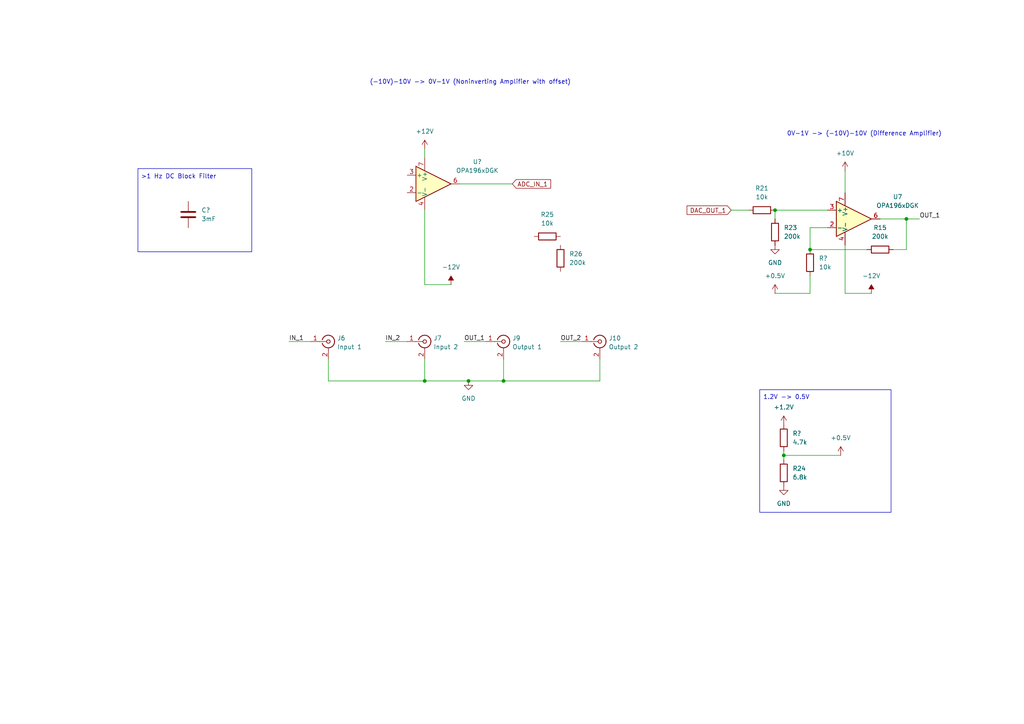
<source format=kicad_sch>
(kicad_sch (version 20250114) (generator "eeschema") (generator_version "9.0")
  (paper "A4")
  (lib_symbols
    (symbol "Amplifier_Operational:OPA196xDGK" (pin_names (offset 0.127))
      (property "Reference" "U" (at 0 5.08 0))
      (property "Value" "OPA196xDGK" (at 0 -5.08 0))
      (symbol "OPA196xDGK_0_1"
        (polyline (pts (xy -5.08 5.08) (xy 5.08 0) (xy -5.08 -5.08) (xy -5.08 5.08)) (stroke (width 0.254)) (fill (type background)))
        (pin power_in line (at -2.54 7.62 270) (length 3.81) (name "V+") (number "7"))
        (pin power_in line (at -2.54 -7.62 90) (length 3.81) (name "V-") (number "4"))
        (pin no_connect line (at 0 2.54 270) (length 2.54) (hide yes) (name "NC") (number "5"))
        (pin no_connect line (at 0 -2.54 90) (length 2.54) (hide yes) (name "NC") (number "8"))
        (pin no_connect line (at 2.54 0 270) (length 2.54) (hide yes) (name "NC") (number "1"))
      )
      (symbol "OPA196xDGK_1_1"
        (pin input line (at -7.62 2.54 0) (length 2.54) (name "+") (number "3"))
        (pin input line (at -7.62 -2.54 0) (length 2.54) (name "-") (number "2"))
        (pin output line (at 7.62 0 180) (length 2.54) (name "~") (number "6"))
      )
    )
    (symbol "Connector:Conn_Coaxial" (pin_names (offset 1.016) (hide yes))
      (property "Reference" "J" (at 0.254 3.048 0))
      (property "Value" "Conn_Coaxial" (at 2.921 0 90))
      (symbol "Conn_Coaxial_0_1"
        (polyline (pts (xy -2.54 0) (xy -0.508 0)))
        (arc (start 1.778 0) (mid 0.222 -1.8079) (end -1.778 -0.508) (stroke (width 0.254)))
        (arc (start -1.778 0.508) (mid 0.2221 1.8084) (end 1.778 0) (stroke (width 0.254)))
        (circle (center 0 0) (radius 0.508) (stroke (width 0.2032)))
        (polyline (pts (xy 0 -2.54) (xy 0 -1.778)))
      )
      (symbol "Conn_Coaxial_1_1"
        (pin passive line (at -5.08 0 0) (length 2.54) (name "In") (number "1"))
        (pin passive line (at 0 -5.08 90) (length 2.54) (name "Ext") (number "2"))
      )
    )
    (symbol "Device:C" (pin_numbers (hide yes)) (pin_names (offset 0.254))
      (property "Reference" "C" (at 0.635 2.54 0))
      (property "Value" "C" (at 0.635 -2.54 0))
      (symbol "C_0_1"
        (polyline (pts (xy -2.032 0.762) (xy 2.032 0.762)) (stroke (width 0.508)))
        (polyline (pts (xy -2.032 -0.762) (xy 2.032 -0.762)) (stroke (width 0.508)))
      )
      (symbol "C_1_1"
        (pin passive line (at 0 3.81 270) (length 2.794) (name "~") (number "1"))
        (pin passive line (at 0 -3.81 90) (length 2.794) (name "~") (number "2"))
      )
    )
    (symbol "Device:R" (pin_numbers (hide yes)) (pin_names (offset 0))
      (property "Reference" "R" (at 2.032 0 90))
      (property "Value" "R" (at 0 0 90))
      (symbol "R_0_1"
        (rectangle (start -1.016 -2.54) (end 1.016 2.54) (stroke (width 0.254)))
      )
      (symbol "R_1_1"
        (pin passive line (at 0 3.81 270) (length 1.27) (name "~") (number "1"))
        (pin passive line (at 0 -3.81 90) (length 1.27) (name "~") (number "2"))
      )
    )
    (symbol "power:+10V" (power) (pin_numbers (hide yes)) (pin_names (offset 0) (hide yes))
      (property "Value" "+10V" (at 0 3.556 0))
      (symbol "+10V_0_1"
        (polyline (pts (xy -0.762 1.27) (xy 0 2.54)))
        (polyline (pts (xy 0 2.54) (xy 0.762 1.27)))
        (polyline (pts (xy 0 0) (xy 0 2.54)))
      )
      (symbol "+10V_1_1"
        (pin power_in line (at 0 0 90) (length 0) (name "~") (number "1"))
      )
    )
    (symbol "power:-10V" (power) (pin_numbers (hide yes)) (pin_names (offset 0) (hide yes))
      (property "Value" "-10V" (at 0 3.556 0))
      (symbol "-10V_0_0"
        (pin power_in line (at 0 0 90) (length 0) (name "~") (number "1"))
      )
      (symbol "-10V_0_1"
        (polyline (pts (xy 0 0) (xy 0 1.27) (xy 0.762 1.27) (xy 0 2.54) (xy -0.762 1.27) (xy 0 1.27)) (fill (type outline)))
      )
    )
    (symbol "power:GND" (power) (pin_numbers (hide yes)) (pin_names (offset 0) (hide yes))
      (property "Value" "GND" (at 0 -3.81 0))
      (symbol "GND_0_1"
        (polyline (pts (xy 0 0) (xy 0 -1.27) (xy 1.27 -1.27) (xy 0 -2.54) (xy -1.27 -1.27) (xy 0 -1.27)))
      )
      (symbol "GND_1_1"
        (pin power_in line (at 0 0 270) (length 0) (name "~") (number "1"))
      )
    )
    (symbol "power:VBUS" (power) (pin_numbers (hide yes)) (pin_names (offset 0) (hide yes))
      (property "Value" "VBUS" (at 0 3.556 0))
      (symbol "VBUS_0_1"
        (polyline (pts (xy -0.762 1.27) (xy 0 2.54)))
        (polyline (pts (xy 0 2.54) (xy 0.762 1.27)))
        (polyline (pts (xy 0 0) (xy 0 2.54)))
      )
      (symbol "VBUS_1_1"
        (pin power_in line (at 0 0 90) (length 0) (name "~") (number "1"))
      )
    )
  )
  (rectangle (start 220.345 113.03) (end 258.445 148.59))
  (rectangle (start 40.005 48.895) (end 73.025 73.025))
  (text "0V-1V -> (-10V)-10V (Difference Amplifier)" (at 250.698 38.862 0) (effects (font (size 1.27 1.27))))
  (text "(-10V)-10V -> 0V-1V (Noninverting Amplifier with offset)" (at 136.398 23.876 0) (effects (font (size 1.27 1.27))))
  (text ">1 Hz DC Block Filter" (at 51.816 51.308 0) (effects (font (size 1.27 1.27))))
  (text "1.2V -> 0.5V" (at 228.092 115.316 0) (effects (font (size 1.27 1.27))))
  (junction (at 262.89 63.5))
  (junction (at 224.79 60.96))
  (junction (at 123.19 110.49))
  (junction (at 146.05 110.49))
  (junction (at 227.33 132.08))
  (junction (at 234.95 72.39))
  (junction (at 135.89 110.49))
  (wire (pts (xy 123.19 60.96) (xy 123.19 82.55)))
  (wire (pts (xy 245.11 49.53) (xy 245.11 55.88)))
  (wire (pts (xy 255.27 63.5) (xy 262.89 63.5)))
  (wire (pts (xy 262.89 63.5) (xy 266.7 63.5)))
  (wire (pts (xy 162.56 99.06) (xy 168.91 99.06)))
  (wire (pts (xy 227.33 132.08) (xy 243.84 132.08)))
  (wire (pts (xy 212.09 60.96) (xy 217.17 60.96)))
  (wire (pts (xy 135.89 110.49) (xy 146.05 110.49)))
  (wire (pts (xy 146.05 110.49) (xy 173.99 110.49)))
  (wire (pts (xy 224.79 85.09) (xy 234.95 85.09)))
  (wire (pts (xy 123.19 110.49) (xy 135.89 110.49)))
  (wire (pts (xy 83.82 99.06) (xy 90.17 99.06)))
  (wire (pts (xy 95.25 110.49) (xy 123.19 110.49)))
  (wire (pts (xy 123.19 43.18) (xy 123.19 45.72)))
  (wire (pts (xy 224.79 60.96) (xy 240.03 60.96)))
  (wire (pts (xy 234.95 72.39) (xy 251.46 72.39)))
  (wire (pts (xy 234.95 80.01) (xy 234.95 85.09)))
  (wire (pts (xy 234.95 66.04) (xy 234.95 72.39)))
  (wire (pts (xy 146.05 104.14) (xy 146.05 110.49)))
  (wire (pts (xy 111.76 99.06) (xy 118.11 99.06)))
  (wire (pts (xy 245.11 85.09) (xy 252.73 85.09)))
  (wire (pts (xy 262.89 63.5) (xy 262.89 72.39)))
  (wire (pts (xy 227.33 132.08) (xy 227.33 133.35)))
  (wire (pts (xy 123.19 82.55) (xy 130.81 82.55)))
  (wire (pts (xy 133.35 53.34) (xy 148.59 53.34)))
  (wire (pts (xy 227.33 130.81) (xy 227.33 132.08)))
  (wire (pts (xy 259.08 72.39) (xy 262.89 72.39)))
  (wire (pts (xy 245.11 71.12) (xy 245.11 85.09)))
  (wire (pts (xy 95.25 104.14) (xy 95.25 110.49)))
  (wire (pts (xy 234.95 66.04) (xy 240.03 66.04)))
  (wire (pts (xy 224.79 60.96) (xy 224.79 63.5)))
  (wire (pts (xy 134.62 99.06) (xy 140.97 99.06)))
  (wire (pts (xy 123.19 104.14) (xy 123.19 110.49)))
  (wire (pts (xy 173.99 104.14) (xy 173.99 110.49)))
  (label "IN_1" (at 83.82 99.06 0))
  (label "OUT_1" (at 266.7 63.5 0))
  (label "OUT_1" (at 134.62 99.06 0))
  (label "OUT_2" (at 162.56 99.06 0))
  (label "IN_2" (at 111.76 99.06 0))
  (global_label "DAC_OUT_1" (shape input) (at 212.09 60.96 180) (property "Intersheetrefs" "${INTERSHEET_REFS}" (effects (hide yes))))
  (global_label "ADC_IN_1" (shape input) (at 148.59 53.34 0) (property "Intersheetrefs" "${INTERSHEET_REFS}" (effects (hide yes))))
  (symbol (lib_id "Device:R") (at 162.56 74.93 180) (unit 1)
    (property "Reference" "R26" (at 165.1 73.6599 0) (effects (justify right)))
    (property "Value" "200k" (at 165.1 76.1999 0) (effects (justify right)))
    (property "Description" "Resistor" (effects (hide yes)))
  )
  (symbol (lib_id "power:-10V") (at 252.73 85.09 0) (unit 1)
    (property "Reference" "#PWR070" (effects (hide yes)))
    (property "Value" "-12V" (at 252.73 80.01 0))
    (property "Description" "Power symbol creates a global label with name \"-10V\"" (effects (hide yes)))
  )
  (symbol (lib_id "Device:R") (at 158.75 68.58 270) (unit 1)
    (property "Reference" "R25" (at 158.75 62.23 90))
    (property "Value" "10k" (at 158.75 64.77 90))
    (property "Description" "Resistor" (effects (hide yes)))
  )
  (symbol (lib_id "Device:R") (at 255.27 72.39 90) (unit 1)
    (property "Reference" "R15" (at 255.27 66.04 90))
    (property "Value" "200k" (at 255.27 68.58 90))
    (property "Description" "Resistor" (effects (hide yes)))
  )
  (symbol (lib_id "power:GND") (at 135.89 110.49 0) (unit 1)
    (property "Reference" "#PWR052" (effects (hide yes)))
    (property "Value" "GND" (at 135.89 115.57 0))
    (property "Description" "Power symbol creates a global label with name \"GND\" , ground" (effects (hide yes)))
  )
  (symbol (lib_id "Device:R") (at 227.33 127 0) (unit 1)
    (property "Reference" "R?" (at 229.87 125.7299 0) (effects (justify left)))
    (property "Value" "4.7k" (at 229.87 128.2699 0) (effects (justify left)))
    (property "Description" "Resistor" (effects (hide yes)))
  )
  (symbol (lib_id "Connector:Conn_Coaxial") (at 146.05 99.06 0) (unit 1)
    (property "Reference" "J9" (at 148.59 98.0831 0) (effects (justify left)))
    (property "Value" "Output 1" (at 148.59 100.6231 0) (effects (justify left)))
    (property "Footprint" "Connector_Coaxial:BNC_TEConnectivity_1478035_Horizontal" (effects (hide yes)))
    (property "Description" "coaxial connector (BNC, SMA, SMB, SMC, Cinch/RCA, LEMO, ...)" (effects (hide yes)))
  )
  (symbol (lib_id "Connector:Conn_Coaxial") (at 123.19 99.06 0) (unit 1)
    (property "Reference" "J7" (at 125.73 98.0831 0) (effects (justify left)))
    (property "Value" "Input 2" (at 125.73 100.6231 0) (effects (justify left)))
    (property "Footprint" "Connector_Coaxial:BNC_TEConnectivity_1478035_Horizontal" (effects (hide yes)))
    (property "Description" "coaxial connector (BNC, SMA, SMB, SMC, Cinch/RCA, LEMO, ...)" (effects (hide yes)))
  )
  (symbol (lib_id "power:+10V") (at 243.84 132.08 0) (unit 1)
    (property "Reference" "#PWR073" (effects (hide yes)))
    (property "Value" "+0.5V" (at 243.84 127 0))
    (property "Description" "Power symbol creates a global label with name \"+10V\"" (effects (hide yes)))
  )
  (symbol (lib_id "Device:R") (at 234.95 76.2 180) (unit 1)
    (property "Reference" "R?" (at 237.49 74.9299 0) (effects (justify right)))
    (property "Value" "10k" (at 237.49 77.4699 0) (effects (justify right)))
    (property "Description" "Resistor" (effects (hide yes)))
  )
  (symbol (lib_id "power:-10V") (at 130.81 82.55 0) (unit 1)
    (property "Reference" "#PWR068" (effects (hide yes)))
    (property "Value" "-12V" (at 130.81 77.47 0))
    (property "Description" "Power symbol creates a global label with name \"-10V\"" (effects (hide yes)))
  )
  (symbol (lib_id "Amplifier_Operational:OPA196xDGK") (at 247.65 63.5 0) (unit 1)
    (property "Reference" "U7" (at 260.35 57.0798 0))
    (property "Value" "OPA196xDGK" (at 260.35 59.6198 0))
    (property "Footprint" "Package_SO:VSSOP-8_3x3mm_P0.65mm" (effects (hide yes)))
    (property "Datasheet" "http://www.ti.com/lit/ds/symlink/opa4196.pdf" (effects (hide yes)))
    (property "Description" "Single, Low-Power, Low Offset Voltage, Rail-to-Rail Operational Amplifier, VSSOP-8" (effects (hide yes)))
  )
  (symbol (lib_id "Device:R") (at 224.79 67.31 180) (unit 1)
    (property "Reference" "R23" (at 227.33 66.0399 0) (effects (justify right)))
    (property "Value" "200k" (at 227.33 68.5799 0) (effects (justify right)))
    (property "Description" "Resistor" (effects (hide yes)))
  )
  (symbol (lib_id "Amplifier_Operational:OPA196xDGK") (at 125.73 53.34 0) (unit 1)
    (property "Reference" "U?" (at 138.43 46.9198 0))
    (property "Value" "OPA196xDGK" (at 138.43 49.4598 0))
    (property "Footprint" "Package_SO:VSSOP-8_3x3mm_P0.65mm" (effects (hide yes)))
    (property "Datasheet" "http://www.ti.com/lit/ds/symlink/opa4196.pdf" (effects (hide yes)))
    (property "Description" "Single, Low-Power, Low Offset Voltage, Rail-to-Rail Operational Amplifier, VSSOP-8" (effects (hide yes)))
  )
  (symbol (lib_id "Device:R") (at 227.33 137.16 0) (unit 1)
    (property "Reference" "R24" (at 229.87 135.8899 0) (effects (justify left)))
    (property "Value" "6.8k" (at 229.87 138.4299 0) (effects (justify left)))
    (property "Description" "Resistor" (effects (hide yes)))
  )
  (symbol (lib_id "Device:C") (at 54.61 62.23 0) (unit 1)
    (property "Reference" "C?" (at 58.42 60.9599 0) (effects (justify left)))
    (property "Value" "3mF" (at 58.42 63.4999 0) (effects (justify left)))
    (property "Description" "Unpolarized capacitor" (effects (hide yes)))
  )
  (symbol (lib_id "Device:R") (at 220.98 60.96 270) (unit 1)
    (property "Reference" "R21" (at 220.98 54.61 90))
    (property "Value" "10k" (at 220.98 57.15 90))
    (property "Description" "Resistor" (effects (hide yes)))
  )
  (symbol (lib_id "power:VBUS") (at 227.33 123.19 0) (unit 1)
    (property "Reference" "#PWR074" (effects (hide yes)))
    (property "Value" "+1.2V" (at 227.33 118.11 0))
    (property "Description" "Power symbol creates a global label with name \"VBUS\"" (effects (hide yes)))
  )
  (symbol (lib_id "power:+10V") (at 245.11 49.53 0) (unit 1)
    (property "Reference" "#PWR069" (effects (hide yes)))
    (property "Value" "+10V" (at 245.11 44.45 0))
    (property "Description" "Power symbol creates a global label with name \"+10V\"" (effects (hide yes)))
  )
  (symbol (lib_id "power:+10V") (at 123.19 43.18 0) (unit 1)
    (property "Reference" "#PWR033" (effects (hide yes)))
    (property "Value" "+12V" (at 123.19 38.1 0))
    (property "Description" "Power symbol creates a global label with name \"+10V\"" (effects (hide yes)))
  )
  (symbol (lib_id "power:+10V") (at 224.79 85.09 0) (unit 1)
    (property "Reference" "#PWR071" (effects (hide yes)))
    (property "Value" "+0.5V" (at 224.79 80.01 0))
    (property "Description" "Power symbol creates a global label with name \"+10V\"" (effects (hide yes)))
  )
  (symbol (lib_id "power:GND") (at 224.79 71.12 0) (unit 1)
    (property "Reference" "#PWR072" (effects (hide yes)))
    (property "Value" "GND" (at 224.79 76.2 0))
    (property "Description" "Power symbol creates a global label with name \"GND\" , ground" (effects (hide yes)))
  )
  (symbol (lib_id "power:GND") (at 227.33 140.97 0) (unit 1)
    (property "Reference" "#PWR075" (effects (hide yes)))
    (property "Value" "GND" (at 227.33 146.05 0))
    (property "Description" "Power symbol creates a global label with name \"GND\" , ground" (effects (hide yes)))
  )
  (symbol (lib_id "Connector:Conn_Coaxial") (at 95.25 99.06 0) (unit 1)
    (property "Reference" "J6" (at 97.79 98.0831 0) (effects (justify left)))
    (property "Value" "Input 1" (at 97.79 100.6231 0) (effects (justify left)))
    (property "Footprint" "Connector_Coaxial:BNC_TEConnectivity_1478035_Horizontal" (effects (hide yes)))
    (property "Description" "coaxial connector (BNC, SMA, SMB, SMC, Cinch/RCA, LEMO, ...)" (effects (hide yes)))
  )
  (symbol (lib_id "Connector:Conn_Coaxial") (at 173.99 99.06 0) (unit 1)
    (property "Reference" "J10" (at 176.53 98.0831 0) (effects (justify left)))
    (property "Value" "Output 2" (at 176.53 100.6231 0) (effects (justify left)))
    (property "Footprint" "Connector_Coaxial:BNC_TEConnectivity_1478035_Horizontal" (effects (hide yes)))
    (property "Description" "coaxial connector (BNC, SMA, SMB, SMC, Cinch/RCA, LEMO, ...)" (effects (hide yes)))
  )
)
</source>
